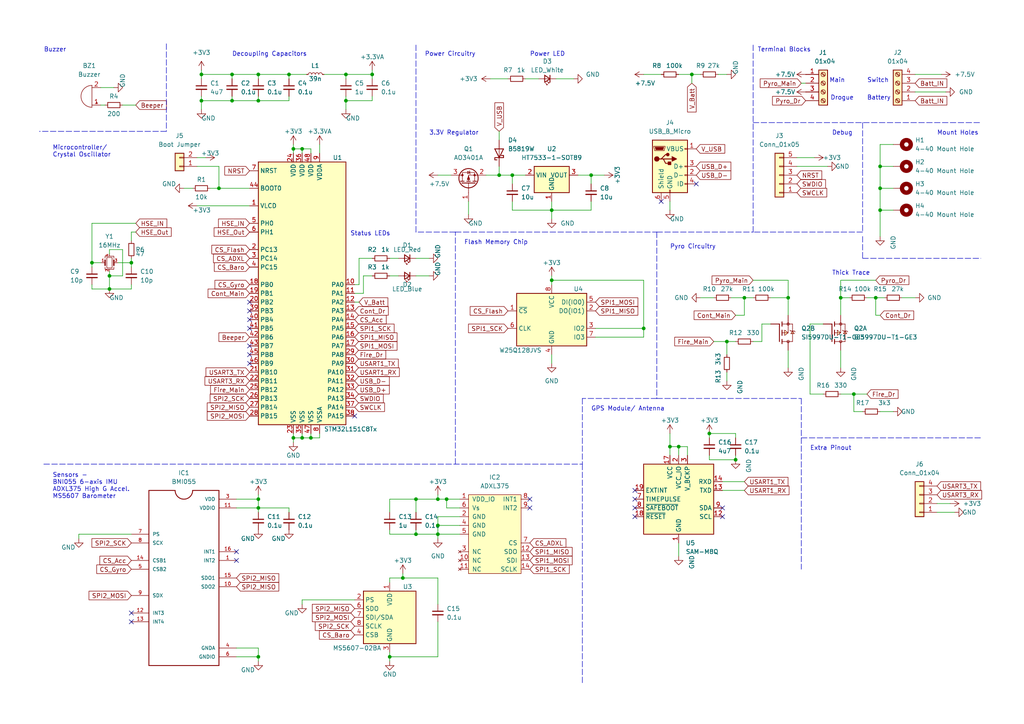
<source format=kicad_sch>
(kicad_sch (version 20211123) (generator eeschema)
  (paper "A4")
  (title_block (title "STM32 Altimeter") (date "2022-04-09") (rev "R1") (company "Brian S"))
  (junction (at 74.93 147.32))
  (junction (at 171.45 50.8))
  (junction (at 254 86.36))
  (junction (at 160.02 81.28))
  (junction (at 83.82 21.59))
  (junction (at 58.42 29.21))
  (junction (at 87.63 43.18))
  (junction (at 194.31 129.54))
  (junction (at 116.84 167.64))
  (junction (at 148.59 50.8))
  (junction (at 85.09 43.18))
  (junction (at 196.85 129.54))
  (junction (at 85.09 127))
  (junction (at 107.95 21.59))
  (junction (at 200.66 21.59))
  (junction (at 210.82 99.06))
  (junction (at 127 154.94))
  (junction (at 127 144.78))
  (junction (at 205.74 125.73))
  (junction (at 67.31 29.21))
  (junction (at 127 152.4))
  (junction (at 129.54 144.78))
  (junction (at 243.84 86.36))
  (junction (at 255.27 48.26))
  (junction (at 74.93 21.59))
  (junction (at 120.65 144.78))
  (junction (at 255.27 54.61))
  (junction (at 100.33 21.59))
  (junction (at 38.1 76.2))
  (junction (at 215.9 86.36))
  (junction (at 228.6 86.36))
  (junction (at 67.31 21.59))
  (junction (at 120.65 154.94))
  (junction (at 247.65 114.3))
  (junction (at 26.67 76.2))
  (junction (at 90.17 127))
  (junction (at 63.5 54.61))
  (junction (at 113.03 190.5))
  (junction (at 160.02 60.96))
  (junction (at 87.63 127))
  (junction (at 74.93 29.21))
  (junction (at 213.36 133.35))
  (junction (at 31.75 83.82))
  (junction (at 74.93 144.78))
  (junction (at 31.75 80.01))
  (junction (at 100.33 29.21))
  (junction (at 58.42 21.59))
  (junction (at 144.78 50.8))
  (junction (at 186.69 95.25))
  (junction (at 255.27 60.96))
  (junction (at 74.93 190.5))
  (no_connect (at 153.67 144.78))
  (no_connect (at 72.39 90.17))
  (no_connect (at 72.39 105.41))
  (no_connect (at 153.67 147.32))
  (no_connect (at 72.39 87.63))
  (no_connect (at 102.87 120.65))
  (no_connect (at 72.39 100.33))
  (no_connect (at 72.39 102.87))
  (no_connect (at 72.39 95.25))
  (no_connect (at 209.55 147.32))
  (no_connect (at 209.55 149.86))
  (no_connect (at 184.15 144.78))
  (no_connect (at 184.15 142.24))
  (no_connect (at 184.15 149.86))
  (no_connect (at 184.15 147.32))
  (no_connect (at 68.58 160.02))
  (no_connect (at 38.1 180.34))
  (no_connect (at 68.58 162.56))
  (no_connect (at 38.1 177.8))
  (no_connect (at 191.77 58.42))
  (no_connect (at 201.93 53.34))
  (no_connect (at 72.39 92.71))
  (wire (pts (xy 107.95 22.86) (xy 107.95 21.59)))
  (wire (pts (xy 199.39 129.54) (xy 196.85 129.54)))
  (wire (pts (xy 212.09 86.36) (xy 215.9 86.36)))
  (wire (pts (xy 142.24 22.86) (xy 147.32 22.86)))
  (wire (pts (xy 265.43 26.67) (xy 274.32 26.67)))
  (wire (pts (xy 194.31 129.54) (xy 194.31 132.08)))
  (wire (pts (xy 208.28 21.59) (xy 210.82 21.59)))
  (wire (pts (xy 228.6 86.36) (xy 228.6 81.28)))
  (wire (pts (xy 255.27 48.26) (xy 255.27 54.61)))
  (wire (pts (xy 83.82 27.94) (xy 83.82 29.21)))
  (wire (pts (xy 87.63 173.99) (xy 102.87 173.99)))
  (wire (pts (xy 63.5 54.61) (xy 72.39 54.61)))
  (wire (pts (xy 74.93 147.32) (xy 74.93 148.59)))
  (wire (pts (xy 58.42 21.59) (xy 58.42 22.86)))
  (wire (pts (xy 85.09 43.18) (xy 85.09 44.45)))
  (wire (pts (xy 67.31 29.21) (xy 58.42 29.21)))
  (wire (pts (xy 26.67 76.2) (xy 26.67 77.47)))
  (wire (pts (xy 255.27 91.44) (xy 254 91.44)))
  (wire (pts (xy 144.78 48.26) (xy 144.78 50.8)))
  (wire (pts (xy 127 144.78) (xy 120.65 144.78)))
  (polyline (pts (xy 232.41 127) (xy 284.48 127)))
  (wire (pts (xy 104.14 74.93) (xy 107.95 74.93)))
  (wire (pts (xy 85.09 127) (xy 87.63 127)))
  (wire (pts (xy 194.31 58.42) (xy 194.31 60.96)))
  (wire (pts (xy 31.75 80.01) (xy 35.56 80.01)))
  (polyline (pts (xy 190.5 67.31) (xy 218.44 67.31)))
  (wire (pts (xy 271.78 148.59) (xy 276.86 148.59)))
  (wire (pts (xy 74.93 29.21) (xy 67.31 29.21)))
  (wire (pts (xy 74.93 144.78) (xy 74.93 143.51)))
  (wire (pts (xy 67.31 22.86) (xy 67.31 21.59)))
  (wire (pts (xy 203.2 86.36) (xy 207.01 86.36)))
  (wire (pts (xy 255.27 54.61) (xy 255.27 60.96)))
  (wire (pts (xy 87.63 173.99) (xy 87.63 175.26)))
  (wire (pts (xy 120.65 80.01) (xy 124.46 80.01)))
  (wire (pts (xy 57.15 48.26) (xy 63.5 48.26)))
  (wire (pts (xy 218.44 81.28) (xy 228.6 81.28)))
  (wire (pts (xy 53.34 54.61) (xy 55.88 54.61)))
  (wire (pts (xy 39.37 64.77) (xy 26.67 64.77)))
  (wire (pts (xy 148.59 50.8) (xy 152.4 50.8)))
  (wire (pts (xy 160.02 60.96) (xy 160.02 63.5)))
  (wire (pts (xy 107.95 29.21) (xy 100.33 29.21)))
  (wire (pts (xy 29.21 76.2) (xy 26.67 76.2)))
  (wire (pts (xy 129.54 144.78) (xy 127 144.78)))
  (wire (pts (xy 186.69 95.25) (xy 186.69 97.79)))
  (wire (pts (xy 171.45 50.8) (xy 171.45 53.34)))
  (wire (pts (xy 113.03 74.93) (xy 115.57 74.93)))
  (wire (pts (xy 90.17 43.18) (xy 90.17 44.45)))
  (wire (pts (xy 39.37 67.31) (xy 38.1 67.31)))
  (wire (pts (xy 38.1 76.2) (xy 38.1 77.47)))
  (wire (pts (xy 209.55 142.24) (xy 215.9 142.24)))
  (wire (pts (xy 213.36 125.73) (xy 205.74 125.73)))
  (polyline (pts (xy 250.19 35.56) (xy 250.19 67.31)))
  (wire (pts (xy 67.31 27.94) (xy 67.31 29.21)))
  (wire (pts (xy 196.85 132.08) (xy 196.85 129.54)))
  (wire (pts (xy 171.45 50.8) (xy 175.26 50.8)))
  (wire (pts (xy 271.78 146.05) (xy 275.59 146.05)))
  (wire (pts (xy 113.03 189.23) (xy 113.03 190.5)))
  (wire (pts (xy 129.54 147.32) (xy 129.54 144.78)))
  (wire (pts (xy 200.66 21.59) (xy 200.66 24.13)))
  (wire (pts (xy 167.64 50.8) (xy 171.45 50.8)))
  (wire (pts (xy 83.82 22.86) (xy 83.82 21.59)))
  (wire (pts (xy 74.93 147.32) (xy 74.93 144.78)))
  (wire (pts (xy 120.65 144.78) (xy 120.65 148.59)))
  (wire (pts (xy 215.9 91.44) (xy 215.9 86.36)))
  (wire (pts (xy 186.69 95.25) (xy 186.69 81.28)))
  (wire (pts (xy 194.31 125.73) (xy 194.31 129.54)))
  (wire (pts (xy 38.1 74.93) (xy 38.1 76.2)))
  (wire (pts (xy 68.58 147.32) (xy 74.93 147.32)))
  (wire (pts (xy 215.9 86.36) (xy 218.44 86.36)))
  (wire (pts (xy 200.66 21.59) (xy 203.2 21.59)))
  (polyline (pts (xy 218.44 35.56) (xy 284.48 35.56)))
  (wire (pts (xy 58.42 29.21) (xy 58.42 31.75)))
  (wire (pts (xy 135.89 58.42) (xy 135.89 62.23)))
  (polyline (pts (xy 190.5 115.57) (xy 168.91 115.57)))
  (wire (pts (xy 172.72 97.79) (xy 186.69 97.79)))
  (wire (pts (xy 220.98 93.98) (xy 223.52 93.98)))
  (wire (pts (xy 113.03 144.78) (xy 113.03 148.59)))
  (wire (pts (xy 74.93 22.86) (xy 74.93 21.59)))
  (wire (pts (xy 68.58 187.96) (xy 74.93 187.96)))
  (wire (pts (xy 31.75 80.01) (xy 31.75 83.82)))
  (wire (pts (xy 254 91.44) (xy 254 86.36)))
  (polyline (pts (xy 232.41 115.57) (xy 232.41 165.1)))
  (wire (pts (xy 85.09 43.18) (xy 87.63 43.18)))
  (wire (pts (xy 160.02 81.28) (xy 186.69 81.28)))
  (wire (pts (xy 231.14 48.26) (xy 240.03 48.26)))
  (wire (pts (xy 90.17 125.73) (xy 90.17 127)))
  (wire (pts (xy 133.35 147.32) (xy 129.54 147.32)))
  (wire (pts (xy 228.6 86.36) (xy 228.6 91.44)))
  (wire (pts (xy 83.82 29.21) (xy 74.93 29.21)))
  (wire (pts (xy 127 180.34) (xy 127 190.5)))
  (wire (pts (xy 205.74 133.35) (xy 213.36 133.35)))
  (wire (pts (xy 120.65 74.93) (xy 124.46 74.93)))
  (wire (pts (xy 87.63 43.18) (xy 90.17 43.18)))
  (wire (pts (xy 209.55 139.7) (xy 215.9 139.7)))
  (wire (pts (xy 113.03 153.67) (xy 113.03 154.94)))
  (polyline (pts (xy 250.19 68.58) (xy 250.19 74.93)))
  (wire (pts (xy 120.65 153.67) (xy 120.65 154.94)))
  (wire (pts (xy 205.74 132.08) (xy 205.74 133.35)))
  (wire (pts (xy 100.33 21.59) (xy 100.33 22.86)))
  (wire (pts (xy 127 152.4) (xy 133.35 152.4)))
  (wire (pts (xy 83.82 21.59) (xy 88.9 21.59)))
  (wire (pts (xy 83.82 148.59) (xy 83.82 147.32)))
  (wire (pts (xy 34.29 76.2) (xy 38.1 76.2)))
  (wire (pts (xy 247.65 119.38) (xy 247.65 114.3)))
  (wire (pts (xy 22.86 154.94) (xy 22.86 156.21)))
  (wire (pts (xy 144.78 50.8) (xy 148.59 50.8)))
  (wire (pts (xy 133.35 144.78) (xy 129.54 144.78)))
  (wire (pts (xy 172.72 95.25) (xy 186.69 95.25)))
  (wire (pts (xy 243.84 91.44) (xy 243.84 86.36)))
  (wire (pts (xy 102.87 87.63) (xy 104.14 87.63)))
  (wire (pts (xy 232.41 24.13) (xy 233.68 24.13)))
  (wire (pts (xy 74.93 21.59) (xy 67.31 21.59)))
  (wire (pts (xy 105.41 85.09) (xy 105.41 80.01)))
  (wire (pts (xy 67.31 21.59) (xy 58.42 21.59)))
  (wire (pts (xy 133.35 149.86) (xy 127 149.86)))
  (wire (pts (xy 93.98 21.59) (xy 100.33 21.59)))
  (wire (pts (xy 255.27 41.91) (xy 255.27 48.26)))
  (wire (pts (xy 243.84 101.6) (xy 243.84 106.68)))
  (wire (pts (xy 105.41 80.01) (xy 107.95 80.01)))
  (wire (pts (xy 83.82 147.32) (xy 74.93 147.32)))
  (wire (pts (xy 83.82 21.59) (xy 74.93 21.59)))
  (wire (pts (xy 127 152.4) (xy 127 154.94)))
  (wire (pts (xy 29.21 25.4) (xy 33.02 25.4)))
  (wire (pts (xy 265.43 21.59) (xy 273.05 21.59)))
  (wire (pts (xy 210.82 99.06) (xy 210.82 102.87)))
  (wire (pts (xy 26.67 64.77) (xy 26.67 76.2)))
  (wire (pts (xy 26.67 82.55) (xy 26.67 83.82)))
  (wire (pts (xy 243.84 114.3) (xy 247.65 114.3)))
  (wire (pts (xy 171.45 60.96) (xy 160.02 60.96)))
  (wire (pts (xy 161.29 22.86) (xy 166.37 22.86)))
  (wire (pts (xy 220.98 99.06) (xy 220.98 93.98)))
  (wire (pts (xy 196.85 21.59) (xy 200.66 21.59)))
  (wire (pts (xy 127 167.64) (xy 127 175.26)))
  (wire (pts (xy 104.14 82.55) (xy 104.14 74.93)))
  (wire (pts (xy 38.1 82.55) (xy 38.1 83.82)))
  (wire (pts (xy 261.62 86.36) (xy 265.43 86.36)))
  (wire (pts (xy 116.84 166.37) (xy 116.84 167.64)))
  (wire (pts (xy 90.17 127) (xy 92.71 127)))
  (polyline (pts (xy 250.19 74.93) (xy 284.48 74.93)))
  (wire (pts (xy 63.5 48.26) (xy 63.5 54.61)))
  (wire (pts (xy 250.19 119.38) (xy 247.65 119.38)))
  (wire (pts (xy 127 143.51) (xy 127 144.78)))
  (wire (pts (xy 74.93 27.94) (xy 74.93 29.21)))
  (wire (pts (xy 255.27 119.38) (xy 259.08 119.38)))
  (wire (pts (xy 31.75 72.39) (xy 35.56 72.39)))
  (wire (pts (xy 58.42 27.94) (xy 58.42 29.21)))
  (polyline (pts (xy 250.19 67.31) (xy 218.44 67.31)))
  (wire (pts (xy 85.09 127) (xy 85.09 128.27)))
  (wire (pts (xy 31.75 78.74) (xy 31.75 80.01)))
  (wire (pts (xy 259.08 41.91) (xy 255.27 41.91)))
  (wire (pts (xy 243.84 81.28) (xy 254 81.28)))
  (polyline (pts (xy 12.7 134.62) (xy 168.91 134.62)))
  (wire (pts (xy 255.27 48.26) (xy 259.08 48.26)))
  (wire (pts (xy 116.84 167.64) (xy 127 167.64)))
  (polyline (pts (xy 218.44 67.31) (xy 218.44 12.7)))
  (wire (pts (xy 92.71 41.91) (xy 92.71 44.45)))
  (wire (pts (xy 35.56 72.39) (xy 35.56 80.01)))
  (wire (pts (xy 85.09 41.91) (xy 85.09 43.18)))
  (wire (pts (xy 85.09 125.73) (xy 85.09 127)))
  (wire (pts (xy 100.33 29.21) (xy 100.33 31.75)))
  (polyline (pts (xy 132.08 67.31) (xy 190.5 67.31)))
  (wire (pts (xy 107.95 20.32) (xy 107.95 21.59)))
  (wire (pts (xy 144.78 38.1) (xy 144.78 40.64)))
  (wire (pts (xy 113.03 80.01) (xy 115.57 80.01)))
  (wire (pts (xy 38.1 83.82) (xy 31.75 83.82)))
  (polyline (pts (xy 168.91 134.62) (xy 168.91 198.12)))
  (polyline (pts (xy 168.91 115.57) (xy 168.91 134.62)))
  (wire (pts (xy 26.67 83.82) (xy 31.75 83.82)))
  (wire (pts (xy 234.95 114.3) (xy 238.76 114.3)))
  (wire (pts (xy 255.27 54.61) (xy 259.08 54.61)))
  (wire (pts (xy 39.37 30.48) (xy 35.56 30.48)))
  (wire (pts (xy 148.59 50.8) (xy 148.59 53.34)))
  (wire (pts (xy 107.95 21.59) (xy 100.33 21.59)))
  (wire (pts (xy 30.48 30.48) (xy 29.21 30.48)))
  (wire (pts (xy 171.45 58.42) (xy 171.45 60.96)))
  (polyline (pts (xy 190.5 115.57) (xy 232.41 115.57)))
  (wire (pts (xy 102.87 82.55) (xy 104.14 82.55)))
  (polyline (pts (xy 132.08 134.62) (xy 132.08 67.31)))
  (wire (pts (xy 243.84 86.36) (xy 243.84 81.28)))
  (wire (pts (xy 213.36 91.44) (xy 215.9 91.44)))
  (wire (pts (xy 247.65 114.3) (xy 251.46 114.3)))
  (wire (pts (xy 31.75 73.66) (xy 31.75 72.39)))
  (wire (pts (xy 120.65 154.94) (xy 127 154.94)))
  (wire (pts (xy 210.82 107.95) (xy 210.82 110.49)))
  (wire (pts (xy 186.69 21.59) (xy 191.77 21.59)))
  (wire (pts (xy 255.27 60.96) (xy 259.08 60.96)))
  (wire (pts (xy 234.95 93.98) (xy 234.95 114.3)))
  (wire (pts (xy 102.87 85.09) (xy 105.41 85.09)))
  (wire (pts (xy 74.93 187.96) (xy 74.93 190.5)))
  (wire (pts (xy 68.58 190.5) (xy 74.93 190.5)))
  (wire (pts (xy 251.46 86.36) (xy 254 86.36)))
  (wire (pts (xy 160.02 80.01) (xy 160.02 81.28)))
  (wire (pts (xy 210.82 99.06) (xy 213.36 99.06)))
  (wire (pts (xy 113.03 167.64) (xy 116.84 167.64)))
  (wire (pts (xy 58.42 20.32) (xy 58.42 21.59)))
  (wire (pts (xy 120.65 144.78) (xy 113.03 144.78)))
  (wire (pts (xy 205.74 125.73) (xy 205.74 127)))
  (wire (pts (xy 113.03 167.64) (xy 113.03 168.91)))
  (polyline (pts (xy 190.5 67.31) (xy 190.5 115.57)))
  (wire (pts (xy 213.36 127) (xy 213.36 125.73)))
  (wire (pts (xy 223.52 86.36) (xy 228.6 86.36)))
  (polyline (pts (xy 132.08 67.31) (xy 120.65 67.31)))
  (wire (pts (xy 218.44 99.06) (xy 220.98 99.06)))
  (wire (pts (xy 87.63 127) (xy 87.63 125.73)))
  (wire (pts (xy 38.1 67.31) (xy 38.1 69.85)))
  (wire (pts (xy 127 154.94) (xy 127 156.21)))
  (wire (pts (xy 60.96 54.61) (xy 63.5 54.61)))
  (wire (pts (xy 127 190.5) (xy 113.03 190.5)))
  (wire (pts (xy 231.14 45.72) (xy 236.22 45.72)))
  (wire (pts (xy 148.59 60.96) (xy 160.02 60.96)))
  (wire (pts (xy 57.15 59.69) (xy 72.39 59.69)))
  (wire (pts (xy 107.95 27.94) (xy 107.95 29.21)))
  (wire (pts (xy 57.15 45.72) (xy 59.69 45.72)))
  (wire (pts (xy 113.03 154.94) (xy 120.65 154.94)))
  (wire (pts (xy 92.71 127) (xy 92.71 125.73)))
  (wire (pts (xy 127 149.86) (xy 127 152.4)))
  (wire (pts (xy 207.01 99.06) (xy 210.82 99.06)))
  (wire (pts (xy 228.6 101.6) (xy 228.6 106.68)))
  (wire (pts (xy 22.86 154.94) (xy 38.1 154.94)))
  (wire (pts (xy 152.4 22.86) (xy 156.21 22.86)))
  (polyline (pts (xy 48.26 12.7) (xy 48.26 38.1)))
  (polyline (pts (xy 48.26 38.1) (xy 11.43 38.1)))
  (wire (pts (xy 243.84 86.36) (xy 246.38 86.36)))
  (wire (pts (xy 213.36 132.08) (xy 213.36 133.35)))
  (polyline (pts (xy 120.65 67.31) (xy 120.65 12.7)))
  (wire (pts (xy 68.58 144.78) (xy 74.93 144.78)))
  (wire (pts (xy 140.97 50.8) (xy 144.78 50.8)))
  (wire (pts (xy 160.02 102.87) (xy 160.02 105.41)))
  (wire (pts (xy 234.95 93.98) (xy 238.76 93.98)))
  (wire (pts (xy 113.03 190.5) (xy 113.03 191.77)))
  (wire (pts (xy 160.02 81.28) (xy 160.02 82.55)))
  (wire (pts (xy 255.27 60.96) (xy 255.27 68.58)))
  (wire (pts (xy 254 86.36) (xy 256.54 86.36)))
  (wire (pts (xy 127 50.8) (xy 130.81 50.8)))
  (wire (pts (xy 74.93 190.5) (xy 74.93 191.77)))
  (wire (pts (xy 87.63 43.18) (xy 87.63 44.45)))
  (wire (pts (xy 199.39 132.08) (xy 199.39 129.54)))
  (wire (pts (xy 100.33 27.94) (xy 100.33 29.21)))
  (wire (pts (xy 160.02 58.42) (xy 160.02 60.96)))
  (wire (pts (xy 87.63 127) (xy 90.17 127)))
  (wire (pts (xy 196.85 129.54) (xy 194.31 129.54)))
  (wire (pts (xy 127 154.94) (xy 133.35 154.94)))
  (wire (pts (xy 148.59 58.42) (xy 148.59 60.96)))
  (wire (pts (xy 196.85 157.48) (xy 196.85 161.29)))
  (text "Pyro Circuitry\n" (at 194.31 72.39 0) (effects (font (size 1.27 1.27)) (justify left bottom)))
  (text "Buzzer" (at 12.7 15.24 0) (effects (font (size 1.27 1.27)) (justify left bottom)))
  (text "Main\n" (at 245.11 24.13 180) (effects (font (size 1.27 1.27)) (justify right bottom)))
  (text "3.3V Regulator\n" (at 124.46 39.37 0) (effects (font (size 1.27 1.27)) (justify left bottom)))
  (text "Debug\n" (at 241.3 39.37 0) (effects (font (size 1.27 1.27)) (justify left bottom)))
  (text "Power Circuitry\n" (at 123.19 16.51 0) (effects (font (size 1.27 1.27)) (justify left bottom)))
  (text "Power LED" (at 153.67 16.51 0) (effects (font (size 1.27 1.27)) (justify left bottom)))
  (text "Terminal Blocks" (at 219.71 15.24 0) (effects (font (size 1.27 1.27)) (justify left bottom)))
  (text "GPS Module/ Antenna\n" (at 171.45 119.38 0) (effects (font (size 1.27 1.27)) (justify left bottom)))
  (text "Mount Holes" (at 271.78 39.37 0) (effects (font (size 1.27 1.27)) (justify left bottom)))
  (text "Switch\n" (at 257.81 24.13 180) (effects (font (size 1.27 1.27)) (justify right bottom)))
  (text "Microcontroller/\nCrystal Oscillator\n" (at 15.24 45.72 0) (effects (font (size 1.27 1.27)) (justify left bottom)))
  (text "Status LEDs" (at 101.6 68.58 0) (effects (font (size 1.27 1.27)) (justify left bottom)))
  (text "Battery\n" (at 251.46 29.21 0) (effects (font (size 1.27 1.27)) (justify left bottom)))
  (text "Decoupling Capacitors\n" (at 67.31 16.51 0) (effects (font (size 1.27 1.27)) (justify left bottom)))
  (text "Sensors -\nBNI055 6-axis IMU\nADXL375 High G Accel. \nMS5607 Barometer\n" (at 15.24 144.78 0) (effects (font (size 1.27 1.27)) (justify left bottom)))
  (text "Extra Pinout\n" (at 234.95 130.81 0) (effects (font (size 1.27 1.27)) (justify left bottom)))
  (text "Drogue\n" (at 247.65 29.21 180) (effects (font (size 1.27 1.27)) (justify right bottom)))
  (text "Thick Trace\n" (at 241.3 80.01 0) (effects (font (size 1.27 1.27)) (justify left bottom)))
  (text "Flash Memory Chip\n" (at 134.62 71.12 0) (effects (font (size 1.27 1.27)) (justify left bottom)))
  (global_label "USART3_TX" (shape input) (at 271.78 140.97 0) (property "Intersheet References" "${INTERSHEET_REFS}" (effects hide)))
  (global_label "SPI2_MOSI" (shape input) (at 72.39 120.65 180) (property "Intersheet References" "${INTERSHEET_REFS}" (effects hide)))
  (global_label "CS_Gyro" (shape input) (at 72.39 82.55 180) (property "Intersheet References" "${INTERSHEET_REFS}" (effects hide)))
  (global_label "HSE_Out" (shape input) (at 39.37 67.31 0) (property "Intersheet References" "${INTERSHEET_REFS}" (effects hide)))
  (global_label "CS_Flash" (shape input) (at 147.32 90.17 180) (property "Intersheet References" "${INTERSHEET_REFS}" (effects hide)))
  (global_label "Fire_Dr" (shape input) (at 251.46 114.3 0) (property "Intersheet References" "${INTERSHEET_REFS}" (effects hide)))
  (global_label "CS_Flash" (shape input) (at 72.39 72.39 180) (property "Intersheet References" "${INTERSHEET_REFS}" (effects hide)))
  (global_label "USART3_RX" (shape input) (at 72.39 110.49 180) (property "Intersheet References" "${INTERSHEET_REFS}" (effects hide)))
  (global_label "V_Batt" (shape input) (at 200.66 24.13 270) (property "Intersheet References" "${INTERSHEET_REFS}" (effects hide)))
  (global_label "SPI1_MISO" (shape input) (at 102.87 97.79 0) (property "Intersheet References" "${INTERSHEET_REFS}" (effects hide)))
  (global_label "USART3_TX" (shape input) (at 72.39 107.95 180) (property "Intersheet References" "${INTERSHEET_REFS}" (effects hide)))
  (global_label "HSE_Out" (shape input) (at 72.39 67.31 180) (property "Intersheet References" "${INTERSHEET_REFS}" (effects hide)))
  (global_label "SWDIO" (shape input) (at 231.14 53.34 0) (property "Intersheet References" "${INTERSHEET_REFS}" (effects hide)))
  (global_label "Fire_Main" (shape input) (at 207.01 99.06 180) (property "Intersheet References" "${INTERSHEET_REFS}" (effects hide)))
  (global_label "HSE_IN" (shape input) (at 39.37 64.77 0) (property "Intersheet References" "${INTERSHEET_REFS}" (effects hide)))
  (global_label "Beeper" (shape input) (at 39.37 30.48 0) (property "Intersheet References" "${INTERSHEET_REFS}" (effects hide)))
  (global_label "SPI1_MOSI" (shape input) (at 172.72 87.63 0) (property "Intersheet References" "${INTERSHEET_REFS}" (effects hide)))
  (global_label "CS_Gyro" (shape input) (at 38.1 165.1 180) (property "Intersheet References" "${INTERSHEET_REFS}" (effects hide)))
  (global_label "NRST" (shape input) (at 231.14 50.8 0) (property "Intersheet References" "${INTERSHEET_REFS}" (effects hide)))
  (global_label "Cont_Dr" (shape input) (at 102.87 90.17 0) (property "Intersheet References" "${INTERSHEET_REFS}" (effects hide)))
  (global_label "CS_ADXL" (shape input) (at 72.39 74.93 180) (property "Intersheet References" "${INTERSHEET_REFS}" (effects hide)))
  (global_label "SPI2_MISO" (shape input) (at 72.39 118.11 180) (property "Intersheet References" "${INTERSHEET_REFS}" (effects hide)))
  (global_label "SPI1_SCK" (shape input) (at 102.87 95.25 0) (property "Intersheet References" "${INTERSHEET_REFS}" (effects hide)))
  (global_label "SPI1_MISO" (shape input) (at 153.67 160.02 0) (property "Intersheet References" "${INTERSHEET_REFS}" (effects hide)))
  (global_label "V_USB" (shape input) (at 144.78 38.1 90) (property "Intersheet References" "${INTERSHEET_REFS}" (effects hide)))
  (global_label "SPI2_MOSI" (shape input) (at 38.1 172.72 180) (property "Intersheet References" "${INTERSHEET_REFS}" (effects hide)))
  (global_label "USART1_RX" (shape input) (at 215.9 142.24 0) (property "Intersheet References" "${INTERSHEET_REFS}" (effects hide)))
  (global_label "USB_D+" (shape input) (at 201.93 48.26 0) (property "Intersheet References" "${INTERSHEET_REFS}" (effects hide)))
  (global_label "SPI1_SCK" (shape input) (at 153.67 165.1 0) (property "Intersheet References" "${INTERSHEET_REFS}" (effects hide)))
  (global_label "SPI1_MOSI" (shape input) (at 102.87 100.33 0) (property "Intersheet References" "${INTERSHEET_REFS}" (effects hide)))
  (global_label "CS_ADXL" (shape input) (at 153.67 157.48 0) (property "Intersheet References" "${INTERSHEET_REFS}" (effects hide)))
  (global_label "USART3_RX" (shape input) (at 271.78 143.51 0) (property "Intersheet References" "${INTERSHEET_REFS}" (effects hide)))
  (global_label "Pyro_Dr" (shape input) (at 254 81.28 0) (property "Intersheet References" "${INTERSHEET_REFS}" (effects hide)))
  (global_label "HSE_IN" (shape input) (at 72.39 64.77 180) (property "Intersheet References" "${INTERSHEET_REFS}" (effects hide)))
  (global_label "Batt_IN" (shape input) (at 265.43 29.21 0) (property "Intersheet References" "${INTERSHEET_REFS}" (effects hide)))
  (global_label "CS_Acc" (shape input) (at 38.1 162.56 180) (property "Intersheet References" "${INTERSHEET_REFS}" (effects hide)))
  (global_label "USART1_TX" (shape input) (at 215.9 139.7 0) (property "Intersheet References" "${INTERSHEET_REFS}" (effects hide)))
  (global_label "SPI2_MISO" (shape input) (at 102.87 176.53 180) (property "Intersheet References" "${INTERSHEET_REFS}" (effects hide)))
  (global_label "SWCLK" (shape input) (at 102.87 118.11 0) (property "Intersheet References" "${INTERSHEET_REFS}" (effects hide)))
  (global_label "Cont_Main" (shape input) (at 213.36 91.44 180) (property "Intersheet References" "${INTERSHEET_REFS}" (effects hide)))
  (global_label "Cont_Main" (shape input) (at 72.39 85.09 180) (property "Intersheet References" "${INTERSHEET_REFS}" (effects hide)))
  (global_label "SPI1_SCK" (shape input) (at 147.32 95.25 180) (property "Intersheet References" "${INTERSHEET_REFS}" (effects hide)))
  (global_label "USB_D-" (shape input) (at 201.93 50.8 0) (property "Intersheet References" "${INTERSHEET_REFS}" (effects hide)))
  (global_label "V_USB" (shape input) (at 201.93 43.18 0) (property "Intersheet References" "${INTERSHEET_REFS}" (effects hide)))
  (global_label "SPI1_MISO" (shape input) (at 172.72 90.17 0) (property "Intersheet References" "${INTERSHEET_REFS}" (effects hide)))
  (global_label "SPI2_SCK" (shape input) (at 38.1 157.48 180) (property "Intersheet References" "${INTERSHEET_REFS}" (effects hide)))
  (global_label "SPI1_MOSI" (shape input) (at 153.67 162.56 0) (property "Intersheet References" "${INTERSHEET_REFS}" (effects hide)))
  (global_label "CS_Baro" (shape input) (at 102.87 184.15 180) (property "Intersheet References" "${INTERSHEET_REFS}" (effects hide)))
  (global_label "USART1_TX" (shape input) (at 102.87 105.41 0) (property "Intersheet References" "${INTERSHEET_REFS}" (effects hide)))
  (global_label "CS_Baro" (shape input) (at 72.39 77.47 180) (property "Intersheet References" "${INTERSHEET_REFS}" (effects hide)))
  (global_label "Cont_Dr" (shape input) (at 255.27 91.44 0) (property "Intersheet References" "${INTERSHEET_REFS}" (effects hide)))
  (global_label "CS_Acc" (shape input) (at 102.87 92.71 0) (property "Intersheet References" "${INTERSHEET_REFS}" (effects hide)))
  (global_label "SPI2_MOSI" (shape input) (at 102.87 179.07 180) (property "Intersheet References" "${INTERSHEET_REFS}" (effects hide)))
  (global_label "USB_D+" (shape input) (at 102.87 113.03 0) (property "Intersheet References" "${INTERSHEET_REFS}" (effects hide)))
  (global_label "Beeper" (shape input) (at 72.39 97.79 180) (property "Intersheet References" "${INTERSHEET_REFS}" (effects hide)))
  (global_label "USB_D-" (shape input) (at 102.87 110.49 0) (property "Intersheet References" "${INTERSHEET_REFS}" (effects hide)))
  (global_label "Fire_Dr" (shape input) (at 102.87 102.87 0) (property "Intersheet References" "${INTERSHEET_REFS}" (effects hide)))
  (global_label "SPI2_SCK" (shape input) (at 102.87 181.61 180) (property "Intersheet References" "${INTERSHEET_REFS}" (effects hide)))
  (global_label "Pyro_Dr" (shape input) (at 233.68 29.21 180) (property "Intersheet References" "${INTERSHEET_REFS}" (effects hide)))
  (global_label "SPI2_MISO" (shape input) (at 68.58 170.18 0) (property "Intersheet References" "${INTERSHEET_REFS}" (effects hide)))
  (global_label "USART1_RX" (shape input) (at 102.87 107.95 0) (property "Intersheet References" "${INTERSHEET_REFS}" (effects hide)))
  (global_label "Batt_IN" (shape input) (at 265.43 24.13 0) (property "Intersheet References" "${INTERSHEET_REFS}" (effects hide)))
  (global_label "Fire_Main" (shape input) (at 72.39 113.03 180) (property "Intersheet References" "${INTERSHEET_REFS}" (effects hide)))
  (global_label "V_Batt" (shape input) (at 104.14 87.63 0) (property "Intersheet References" "${INTERSHEET_REFS}" (effects hide)))
  (global_label "SPI2_SCK" (shape input) (at 72.39 115.57 180) (property "Intersheet References" "${INTERSHEET_REFS}" (effects hide)))
  (global_label "SWDIO" (shape input) (at 102.87 115.57 0) (property "Intersheet References" "${INTERSHEET_REFS}" (effects hide)))
  (global_label "SPI2_MISO" (shape input) (at 68.58 167.64 0) (property "Intersheet References" "${INTERSHEET_REFS}" (effects hide)))
  (global_label "Pyro_Main" (shape input) (at 232.41 24.13 180) (property "Intersheet References" "${INTERSHEET_REFS}" (effects hide)))
  (global_label "NRST" (shape input) (at 72.39 49.53 180) (property "Intersheet References" "${INTERSHEET_REFS}" (effects hide)))
  (global_label "SWCLK" (shape input) (at 231.14 55.88 0) (property "Intersheet References" "${INTERSHEET_REFS}" (effects hide)))
  (global_label "Pyro_Main" (shape input) (at 218.44 81.28 180) (property "Intersheet References" "${INTERSHEET_REFS}" (effects hide)))
  (symbol (lib_id "Device:Crystal_GND24_Small") (at 31.75 76.2 0) (unit 1)
    (property "Reference" "Y1" (at 31.75 68.58 0))
    (property "Value" "16MHz" (at 31.75 71.12 0))
    (property "Footprint" "Crystal:Crystal_SMD_3225-4Pin_3.2x2.5mm" (effects hide))
    (property "LCSC Part #" "C13738" (effects hide))
  )
  (symbol (lib_id "Device:C_Small") (at 26.67 80.01 0) (unit 1)
    (property "Reference" "C9" (at 20.32 78.74 0) (effects (justify left)))
    (property "Value" "10p" (at 20.32 81.28 0) (effects (justify left)))
    (property "Footprint" "Capacitor_SMD:C_0402_1005Metric" (effects hide))
    (property "LCSC Part #" "C32949" (effects hide))
  )
  (symbol (lib_id "power:GND") (at 83.82 153.67 0) (unit 1)
    (property "Reference" "#PWR06" (effects hide))
    (property "Value" "GND" (at 78.74 156.21 0) (effects (justify left)))
  )
  (symbol (lib_id "power:GND") (at 58.42 31.75 0) (unit 1)
    (property "Reference" "#PWR0104" (effects hide))
    (property "Value" "GND" (at 58.42 34.29 0) (effects (justify left)))
  )
  (symbol (lib_id "power:+3.3VA") (at 107.95 20.32 0) (unit 1)
    (property "Reference" "#PWR0113" (effects hide))
    (property "Value" "+3.3VA" (at 107.95 16.51 0))
  )
  (symbol (lib_id "Device:R_Small") (at 149.86 22.86 270) (unit 1)
    (property "Reference" "R7" (at 147.32 20.32 90))
    (property "Value" "1k" (at 151.13 20.32 90))
    (property "Footprint" "Resistor_SMD:R_0603_1608Metric" (effects hide))
    (property "LCSC Part #" "C21190" (effects hide))
  )
  (symbol (lib_id "power:+3.3V") (at 175.26 50.8 270) (unit 1)
    (property "Reference" "#PWR0119" (effects hide))
    (property "Value" "+3.3V" (at 179.07 50.8 0))
  )
  (symbol (lib_id "Device:R_Small") (at 205.74 21.59 270) (unit 1)
    (property "Reference" "R9" (at 203.2 19.05 90))
    (property "Value" "27k" (at 207.01 19.05 90))
    (property "Footprint" "Resistor_SMD:R_0603_1608Metric" (effects hide))
    (property "LCSC Part #" "C22967" (effects hide))
  )
  (symbol (lib_id "power:GND") (at 53.34 54.61 270) (unit 1)
    (property "Reference" "#PWR0117" (effects hide))
    (property "Value" "GND" (at 46.99 53.34 90) (effects (justify left)))
  )
  (symbol (lib_id "power:GND") (at 194.31 60.96 0) (unit 1)
    (property "Reference" "#PWR0121" (effects hide))
    (property "Value" "GND" (at 194.31 63.5 0) (effects (justify left)))
  )
  (symbol (lib_id "power:GND") (at 243.84 106.68 0) (unit 1)
    (property "Reference" "#PWR027" (effects hide))
    (property "Value" "GND" (at 247.65 110.49 90) (effects (justify left)))
  )
  (symbol (lib_id "power:+3.3V") (at 85.09 41.91 0) (unit 1)
    (property "Reference" "#PWR0107" (effects hide))
    (property "Value" "+3.3V" (at 85.09 38.1 0))
  )
  (symbol (lib_id "Mechanical:MountingHole_Pad") (at 261.62 54.61 270) (unit 1)
    (property "Reference" "H3" (at 265.43 53.3399 90) (effects (justify left)))
    (property "Value" "4-40 Mount Hole" (at 265.43 55.8799 90) (effects (justify left)))
    (property "Footprint" "MountingHole:MountingHole_3.2mm_M3_DIN965_Pad" (effects hide))
  )
  (symbol (lib_id "Connector:USB_B_Micro") (at 194.31 48.26 0) (unit 1)
    (property "Reference" "J4" (at 194.31 35.56 0))
    (property "Value" "USB_B_Micro" (at 194.31 38.1 0))
    (property "Footprint" "Connector_USB:USB_Micro-B_Molex-105017-0001" (effects hide))
    (property "LCSC Part #" "C136000" (effects hide))
  )
  (symbol (lib_id "Sensor_Pressure:MS5607-02BA") (at 113.03 179.07 0) (unit 1)
    (property "Reference" "U3" (at 116.84 170.18 0) (effects (justify left)))
    (property "Value" "MS5607-02BA" (at 96.52 187.96 0) (effects (justify left)))
    (property "Footprint" "Package_LGA:LGA-8_3x5mm_P1.25mm" (effects hide))
    (property "Datasheet" "https://www.te.com/commerce/DocumentDelivery/DDEController?Action=showdoc&DocId=Data+Sheet%7FMS5607-02BA03%7FB2%7Fpdf%7FEnglish%7FENG_DS_MS5607-02BA03_B2.pdf%7FCAT-BLPS0035" (effects hide))
  )
  (symbol (lib_id "power:+7.5V") (at 273.05 21.59 270) (unit 1)
    (property "Reference" "#PWR030" (effects hide))
    (property "Value" "+7.5V" (at 276.86 21.5899 90) (effects (justify left)))
  )
  (symbol (lib_id "Device:R_Small") (at 110.49 74.93 270) (unit 1)
    (property "Reference" "R2" (at 107.95 72.39 90))
    (property "Value" "1k" (at 111.76 72.39 90))
    (property "Footprint" "Resistor_SMD:R_0603_1608Metric" (effects hide))
    (property "LCSC Part #" "C21190" (effects hide))
  )
  (symbol (lib_id "power:+7.5V") (at 233.68 26.67 90) (unit 1)
    (property "Reference" "#PWR026" (effects hide))
    (property "Value" "+7.5V" (at 224.79 26.67 90) (effects (justify right)))
  )
  (symbol (lib_id "power:GND") (at 196.85 161.29 0) (unit 1)
    (property "Reference" "#PWR019" (effects hide))
    (property "Value" "GND" (at 200.66 165.1 90) (effects (justify left)))
  )
  (symbol (lib_id "Device:C_Small") (at 58.42 25.4 0) (unit 1)
    (property "Reference" "C1" (at 60.96 24.1362 0) (effects (justify left)))
    (property "Value" "4u7" (at 60.96 26.6762 0) (effects (justify left)))
    (property "Footprint" "Capacitor_SMD:C_0402_1005Metric" (effects hide))
    (property "LCSC Part #" "C19666" (effects hide))
  )
  (symbol (lib_id "Device:C_Small") (at 67.31 25.4 0) (unit 1)
    (property "Reference" "C2" (at 69.85 24.1362 0) (effects (justify left)))
    (property "Value" "0.1u" (at 69.85 26.6762 0) (effects (justify left)))
    (property "Footprint" "Capacitor_SMD:C_0402_1005Metric" (effects hide))
    (property "LCSC Part #" "C307331" (effects hide))
  )
  (symbol (lib_id "Device:Buzzer") (at 26.67 27.94 180) (unit 1)
    (property "Reference" "BZ1" (at 25.908 19.05 0))
    (property "Value" "Buzzer" (at 25.908 21.59 0))
    (property "Footprint" "Buzzer_Beeper:Buzzer_12x9.5RM7.6" (effects hide))
    (property "LCSC Part #" "C64777" (effects hide))
  )
  (symbol (lib_id "power:+3.3V") (at 74.93 143.51 0) (unit 1)
    (property "Reference" "#PWR03" (effects hide))
    (property "Value" "+3.3V" (at 74.93 139.7 0))
  )
  (symbol (lib_id "Device:LED_Small") (at 158.75 22.86 180) (unit 1)
    (property "Reference" "D3" (at 158.75 17.78 0))
    (property "Value" "LED_White" (at 158.75 20.32 0))
    (property "Footprint" "LED_SMD:LED_0805_2012Metric" (effects hide))
    (property "LCSC Part #" "C2290" (effects hide))
  )
  (symbol (lib_id "power:GND") (at 240.03 48.26 90) (unit 1)
    (property "Reference" "#PWR0125" (effects hide))
    (property "Value" "GND" (at 246.38 48.26 90) (effects (justify left)))
  )
  (symbol (lib_id "power:+7.5V") (at 233.68 21.59 90) (unit 1)
    (property "Reference" "#PWR025" (effects hide))
    (property "Value" "+7.5V" (at 224.79 21.59 90) (effects (justify right)))
  )
  (symbol (lib_id "power:GND") (at 274.32 26.67 90) (unit 1)
    (property "Reference" "#PWR0123" (effects hide))
    (property "Value" "GND" (at 278.13 26.6699 90) (effects (justify right)))
  )
  (symbol (lib_id "Device:R_Small") (at 209.55 86.36 270) (unit 1)
    (property "Reference" "R10" (at 205.74 83.82 90))
    (property "Value" "27k" (at 210.82 83.82 90))
    (property "Footprint" "Resistor_SMD:R_0603_1608Metric" (effects hide))
    (property "LCSC Part #" "C22967" (effects hide))
  )
  (symbol (lib_id "power:+3.3V") (at 205.74 125.73 0) (unit 1)
    (property "Reference" "#PWR021" (effects hide))
    (property "Value" "+3.3V" (at 205.74 121.92 0))
  )
  (symbol (lib_id "power:GND") (at 31.75 83.82 0) (unit 1)
    (property "Reference" "#PWR0101" (effects hide))
    (property "Value" "GND" (at 31.75 86.36 0) (effects (justify left)))
  )
  (symbol (lib_id "power:+3.3V") (at 127 143.51 0) (unit 1)
    (property "Reference" "#PWR011" (effects hide))
    (property "Value" "+3.3V" (at 127 139.7 0))
  )
  (symbol (lib_id "MCU_ST_STM32L1:STM32L151C8Tx") (at 87.63 85.09 0) (unit 1)
    (property "Reference" "U1" (at 96.52 45.72 0) (effects (justify left)))
    (property "Value" "STM32L151C8Tx" (at 93.98 124.46 0) (effects (justify left)))
    (property "Footprint" "Package_QFP:LQFP-48_7x7mm_P0.5mm" (effects hide))
    (property "Datasheet" "http://www.st.com/st-web-ui/static/active/en/resource/technical/document/datasheet/CD00277537.pdf" (effects hide))
    (property "LCSC Part #" "C9861" (effects hide))
  )
  (symbol (lib_id "Device:C_Small") (at 74.93 25.4 0) (unit 1)
    (property "Reference" "C3" (at 77.47 24.1362 0) (effects (justify left)))
    (property "Value" "0.1u" (at 77.47 26.6762 0) (effects (justify left)))
    (property "Footprint" "Capacitor_SMD:C_0402_1005Metric" (effects hide))
    (property "LCSC Part #" "C307331" (effects hide))
  )
  (symbol (lib_id "Connector_Generic:Conn_01x02") (at 52.07 48.26 180) (unit 1)
    (property "Reference" "J5" (at 52.07 39.37 0))
    (property "Value" "Boot Jumper" (at 52.07 41.91 0))
    (property "Footprint" "Connector_PinHeader_2.54mm:PinHeader_1x02_P2.54mm_Vertical" (effects hide))
  )
  (symbol (lib_id "power:GND") (at 85.09 128.27 0) (unit 1)
    (property "Reference" "#PWR0108" (effects hide))
    (property "Value" "GND" (at 85.09 132.08 0))
  )
  (symbol (lib_id "Device:C_Small") (at 120.65 151.13 0) (unit 1)
    (property "Reference" "C14" (at 123.19 149.8662 0) (effects (justify left)))
    (property "Value" "0.1u" (at 123.19 152.4062 0) (effects (justify left)))
    (property "Footprint" "Capacitor_SMD:C_0402_1005Metric" (effects hide))
    (property "LCSC Part #" "C307331" (effects hide))
  )
  (symbol (lib_id "RF_GPS:SAM-M8Q") (at 196.85 144.78 0) (unit 1)
    (property "Reference" "U5" (at 198.8694 157.48 0) (effects (justify left)))
    (property "Value" "SAM-M8Q" (at 198.8694 160.02 0) (effects (justify left)))
    (property "Footprint" "RF_GPS:ublox_SAM-M8Q" (effects hide))
    (property "Datasheet" "https://www.u-blox.com/sites/default/files/SAM-M8Q_DataSheet_%28UBX-16012619%29.pdf" (effects hide))
    (property "LCSC Part #" "C97521" (effects hide))
  )
  (symbol (lib_id "power:GND") (at 113.03 191.77 0) (unit 1)
    (property "Reference" "#PWR08" (effects hide))
    (property "Value" "GND" (at 113.03 195.58 0))
  )
  (symbol (lib_id "power:GND") (at 203.2 86.36 270) (unit 1)
    (property "Reference" "#PWR020" (effects hide))
    (property "Value" "GND" (at 195.58 86.36 90) (effects (justify left)))
  )
  (symbol (lib_id "Device:R_Small") (at 110.49 80.01 270) (unit 1)
    (property "Reference" "R3" (at 107.95 77.47 90))
    (property "Value" "1k" (at 111.76 77.47 90))
    (property "Footprint" "Resistor_SMD:R_0603_1608Metric" (effects hide))
    (property "LCSC Part #" "C21190" (effects hide))
  )
  (symbol (lib_id "Device:R_Small") (at 259.08 86.36 270) (unit 1)
    (property "Reference" "R15" (at 255.27 83.82 90))
    (property "Value" "27k" (at 260.35 83.82 90))
    (property "Footprint" "Resistor_SMD:R_0603_1608Metric" (effects hide))
    (property "LCSC Part #" "C22967" (effects hide))
  )
  (symbol (lib_id "Device:R_Small") (at 220.98 86.36 270) (unit 1)
    (property "Reference" "R11" (at 217.17 83.82 90))
    (property "Value" "100k" (at 222.25 83.82 90))
    (property "Footprint" "Resistor_SMD:R_0603_1608Metric" (effects hide))
    (property "LCSC Part #" "C25803" (effects hide))
  )
  (symbol (lib_id "power:+3.3V") (at 116.84 166.37 0) (unit 1)
    (property "Reference" "#PWR09" (effects hide))
    (property "Value" "+3.3V" (at 116.84 162.56 0))
  )
  (symbol (lib_id "power:GND") (at 213.36 133.35 0) (unit 1)
    (property "Reference" "#PWR023" (effects hide))
    (property "Value" "GND" (at 217.17 137.16 90) (effects (justify left)))
  )
  (symbol (lib_id "power:GND") (at 265.43 86.36 90) (unit 1)
    (property "Reference" "#PWR029" (effects hide))
    (property "Value" "GND" (at 273.05 86.36 90) (effects (justify left)))
  )
  (symbol (lib_id "Device:R_Small") (at 248.92 86.36 270) (unit 1)
    (property "Reference" "R14" (at 245.11 83.82 90))
    (property "Value" "100k" (at 250.19 83.82 90))
    (property "Footprint" "Resistor_SMD:R_0603_1608Metric" (effects hide))
    (property "LCSC Part #" "C25803" (effects hide))
  )
  (symbol (lib_id "Mechanical:MountingHole_Pad") (at 261.62 60.96 270) (unit 1)
    (property "Reference" "H4" (at 265.43 59.6899 90) (effects (justify left)))
    (property "Value" "4-40 Mount Hole" (at 265.43 62.2299 90) (effects (justify left)))
    (property "Footprint" "MountingHole:MountingHole_3.2mm_M3_DIN965_Pad" (effects hide))
  )
  (symbol (lib_id "Connector_Generic:Conn_01x04") (at 266.7 146.05 180) (unit 1)
    (property "Reference" "J6" (at 266.7 134.62 0))
    (property "Value" "Conn_01x04" (at 266.7 137.16 0))
    (property "Footprint" "Connectors_JST:JST_SH_BM04B-SRSS-TB_04x1.00mm_Straight" (effects hide))
  )
  (symbol (lib_id "Connector_Generic:Conn_01x05") (at 226.06 50.8 180) (unit 1)
    (property "Reference" "J3" (at 226.06 39.37 0))
    (property "Value" "Conn_01x05" (at 226.06 41.91 0))
    (property "Footprint" "Connector_PinHeader_2.54mm:PinHeader_1x05_P2.54mm_Vertical" (effects hide))
  )
  (symbol (lib_id "Device:C_Small") (at 38.1 80.01 0) (unit 1)
    (property "Reference" "C10" (at 40.64 78.7462 0) (effects (justify left)))
    (property "Value" "10p" (at 40.64 81.2862 0) (effects (justify left)))
    (property "Footprint" "Capacitor_SMD:C_0402_1005Metric" (effects hide))
    (property "LCSC Part #" "C32949" (effects hide))
  )
  (symbol (lib_id "Device:C_Small") (at 213.36 129.54 0) (unit 1)
    (property "Reference" "C17" (at 215.9 128.2762 0) (effects (justify left)))
    (property "Value" "0.1u" (at 215.9 130.8162 0) (effects (justify left)))
    (property "Footprint" "Capacitor_SMD:C_0402_1005Metric" (effects hide))
    (property "LCSC Part #" "C307331" (effects hide))
  )
  (symbol (lib_id "power:GND") (at 22.86 156.21 0) (unit 1)
    (property "Reference" "#PWR01" (effects hide))
    (property "Value" "GND" (at 17.78 158.75 0) (effects (justify left)))
  )
  (symbol (lib_id "power:+3.3V") (at 236.22 45.72 270) (unit 1)
    (property "Reference" "#PWR0126" (effects hide))
    (property "Value" "+3.3V" (at 241.3 45.72 90))
  )
  (symbol (lib_id "SI5997DU-T1-GE3:SI5997DU-T1-GE3") (at 241.3 96.52 0) (unit 1)
    (property "Reference" "Q2" (at 247.65 95.2499 0) (effects (justify left)))
    (property "Value" "SI5997DU-T1-GE3" (at 247.65 97.7899 0) (effects (justify left)))
    (property "Footprint" "SI5997DU-T1-GE3:TRANS_SI5997DU-T1-GE3" (effects hide))
    (property "MANUFACTURER" "Vishay Siliconix" (effects hide))
    (property "MAXIMUM_PACKAGE_HIEGHT" "0.85 mm" (effects hide))
    (property "PARTREV" "Rev. A" (effects hide))
    (property "STANDARD" "Manufacturer Recommendations" (effects hide))
    (property "LCSC Part #" "C141554" (effects hide))
  )
  (symbol (lib_id "power:GND") (at 276.86 148.59 90) (unit 1)
    (property "Reference" "#PWR0111" (effects hide))
    (property "Value" "GND" (at 283.21 148.59 90) (effects (justify left)))
  )
  (symbol (lib_id "power:GND") (at 259.08 119.38 90) (unit 1)
    (property "Reference" "#PWR028" (effects hide))
    (property "Value" "GND" (at 265.43 119.38 90) (effects (justify left)))
  )
  (symbol (lib_id "power:+3.3V") (at 57.15 59.69 90) (unit 1)
    (property "Reference" "#PWR0118" (effects hide))
    (property "Value" "+3.3V" (at 55.88 60.96 90) (effects (justify right)))
  )
  (symbol (lib_id "Device:C_Small") (at 127 177.8 0) (unit 1)
    (property "Reference" "C15" (at 129.54 176.5362 0) (effects (justify left)))
    (property "Value" "0.1u" (at 129.54 179.0762 0) (effects (justify left)))
    (property "Footprint" "Capacitor_SMD:C_0402_1005Metric" (effects hide))
    (property "LCSC Part #" "C307331" (effects hide))
  )
  (symbol (lib_id "Device:C_Small") (at 83.82 25.4 0) (unit 1)
    (property "Reference" "C4" (at 86.36 24.1362 0) (effects (justify left)))
    (property "Value" "0.1u" (at 86.36 26.6762 0) (effects (justify left)))
    (property "Footprint" "Capacitor_SMD:C_0402_1005Metric" (effects hide))
    (property "LCSC Part #" "C307331" (effects hide))
  )
  (symbol (lib_id "power:GND") (at 124.46 80.01 90) (unit 1)
    (property "Reference" "#PWR0110" (effects hide))
    (property "Value" "GND" (at 127 80.01 0) (effects (justify left)))
  )
  (symbol (lib_id "Device:R_Small") (at 194.31 21.59 270) (unit 1)
    (property "Reference" "R8" (at 190.5 19.05 90))
    (property "Value" "100k" (at 195.58 19.05 90))
    (property "Footprint" "Resistor_SMD:R_0603_1608Metric" (effects hide))
    (property "LCSC Part #" "C25803" (effects hide))
  )
  (symbol (lib_id "Device:C_Small") (at 74.93 151.13 0) (unit 1)
    (property "Reference" "C11" (at 77.47 149.8662 0) (effects (justify left)))
    (property "Value" "0.1u" (at 77.47 152.4062 0) (effects (justify left)))
    (property "Footprint" "Capacitor_SMD:C_0402_1005Metric" (effects hide))
    (property "LCSC Part #" "C307331" (effects hide))
  )
  (symbol (lib_id "power:GND") (at 74.93 153.67 0) (unit 1)
    (property "Reference" "#PWR04" (effects hide))
    (property "Value" "GND" (at 69.85 156.21 0) (effects (justify left)))
  )
  (symbol (lib_id "power:GND") (at 33.02 25.4 90) (unit 1)
    (property "Reference" "#PWR02" (effects hide))
    (property "Value" "GND" (at 35.56 25.4 0) (effects (justify left)))
  )
  (symbol (lib_id "power:+3.3V") (at 275.59 146.05 270) (unit 1)
    (property "Reference" "#PWR0120" (effects hide))
    (property "Value" "+3.3V" (at 281.94 146.05 90))
  )
  (symbol (lib_id "Device:C_Small") (at 171.45 55.88 0) (unit 1)
    (property "Reference" "C8" (at 173.99 54.6162 0) (effects (justify left)))
    (property "Value" "10u" (at 173.99 57.1562 0) (effects (justify left)))
    (property "Footprint" "Capacitor_SMD:C_1206_3216Metric" (effects hide))
    (property "LCSC Part #" "C13585" (effects hide))
  )
  (symbol (lib_id "Device:C_Small") (at 107.95 25.4 0) (unit 1)
    (property "Reference" "C6" (at 110.49 24.1362 0) (effects (justify left)))
    (property "Value" "0.1u" (at 110.49 26.6762 0) (effects (justify left)))
    (property "Footprint" "Capacitor_SMD:C_0402_1005Metric" (effects hide))
    (property "LCSC Part #" "C307331" (effects hide))
  )
  (symbol (lib_id "Connector:Screw_Terminal_01x04") (at 260.35 26.67 180) (unit 1)
    (property "Reference" "J2" (at 260.35 15.24 0))
    (property "Value" "01x04" (at 260.35 17.78 0))
    (property "Footprint" "TerminalBlock_MetzConnect:TerminalBlock_MetzConnect_Type011_RT05504HBWC_1x04_P5.00mm_Horizontal" (effects hide))
  )
  (symbol (lib_id "Device:C_Small") (at 83.82 151.13 0) (unit 1)
    (property "Reference" "C12" (at 86.36 149.8662 0) (effects (justify left)))
    (property "Value" "0.1u" (at 86.36 152.4062 0) (effects (justify left)))
    (property "Footprint" "Capacitor_SMD:C_0402_1005Metric" (effects hide))
    (property "LCSC Part #" "C307331" (effects hide))
  )
  (symbol (lib_id "Mechanical:MountingHole_Pad") (at 261.62 41.91 270) (unit 1)
    (property "Reference" "H1" (at 265.43 40.6399 90) (effects (justify left)))
    (property "Value" "4-40 Mount Hole" (at 265.43 43.1799 90) (effects (justify left)))
    (property "Footprint" "MountingHole:MountingHole_3.2mm_M3_DIN965_Pad" (effects hide))
  )
  (symbol (lib_id "power:GND") (at 87.63 175.26 0) (unit 1)
    (property "Reference" "#PWR07" (effects hide))
    (property "Value" "GND" (at 82.55 177.8 0) (effects (justify left)))
  )
  (symbol (lib_id "power:+3.3V") (at 59.69 45.72 270) (unit 1)
    (property "Reference" "#PWR0116" (effects hide))
    (property "Value" "+3.3V" (at 60.96 44.45 90))
  )
  (symbol (lib_id "Device:C_Small") (at 100.33 25.4 0) (unit 1)
    (property "Reference" "C5" (at 102.87 24.1362 0) (effects (justify left)))
    (property "Value" "1u" (at 102.87 26.6762 0) (effects (justify left)))
    (property "Footprint" "Capacitor_SMD:C_0402_1005Metric" (effects hide))
    (property "LCSC Part #" "C52923" (effects hide))
  )
  (symbol (lib_id "Device:C_Small") (at 148.59 55.88 0) (unit 1)
    (property "Reference" "C7" (at 151.13 54.6162 0) (effects (justify left)))
    (property "Value" "10u" (at 151.13 57.1562 0) (effects (justify left)))
    (property "Footprint" "Capacitor_SMD:C_1206_3216Metric" (effects hide))
    (property "LCSC Part #" "C13585" (effects hide))
  )
  (symbol (lib_id "power:GND") (at 100.33 31.75 0) (unit 1)
    (property "Reference" "#PWR0112" (effects hide))
    (property "Value" "GND" (at 100.33 34.29 0) (effects (justify left)))
  )
  (symbol (lib_id "Device:C_Small") (at 205.74 129.54 0) (unit 1)
    (property "Reference" "C16" (at 208.28 128.2762 0) (effects (justify left)))
    (property "Value" "4u7" (at 208.28 130.8162 0) (effects (justify left)))
    (property "Footprint" "Capacitor_SMD:C_0402_1005Metric" (effects hide))
    (property "LCSC Part #" "C19666" (effects hide))
  )
  (symbol (lib_id "Device:LED_Small") (at 118.11 80.01 180) (unit 1)
    (property "Reference" "D2" (at 118.11 82.55 0))
    (property "Value" "LED_Blue" (at 118.11 83.82 0))
    (property "Footprint" "LED_SMD:LED_0805_2012Metric" (effects hide))
    (property "LCSC Part #" "C72041" (effects hide))
  )
  (symbol (lib_id "Device:R_Small") (at 252.73 119.38 270) (unit 1)
    (property "Reference" "R17" (at 250.19 116.84 90))
    (property "Value" "3k3" (at 256.54 116.84 90))
    (property "Footprint" "Resistor_SMD:R_0402_1005Metric" (effects hide))
    (property "LCSC Part #" "C137993" (effects hide))
  )
  (symbol (lib_id "power:GND") (at 160.02 63.5 0) (unit 1)
    (property "Reference" "#PWR0114" (effects hide))
    (property "Value" "GND" (at 162.56 64.77 0) (effects (justify left)))
  )
  (symbol (lib_id "power:+3.3V") (at 160.02 80.01 0) (unit 1)
    (property "Reference" "#PWR014" (effects hide))
    (property "Value" "+3.3V" (at 160.02 76.2 0))
  )
  (symbol (lib_id "power:GND") (at 166.37 22.86 90) (unit 1)
    (property "Reference" "#PWR016" (effects hide))
    (property "Value" "GND" (at 173.99 21.59 90) (effects (justify left)))
  )
  (symbol (lib_id "Device:C_Small") (at 113.03 151.13 0) (unit 1)
    (property "Reference" "C13" (at 115.57 149.8662 0) (effects (justify left)))
    (property "Value" "1u" (at 115.57 152.4062 0) (effects (justify left)))
    (property "Footprint" "Capacitor_SMD:C_0402_1005Metric" (effects hide))
    (property "LCSC Part #" "C52923" (effects hide))
  )
  (symbol (lib_id "Device:L_Small") (at 91.44 21.59 90) (unit 1)
    (property "Reference" "L1" (at 91.44 19.05 90))
    (property "Value" "39n" (at 91.44 22.86 90))
    (property "Footprint" "Inductor_SMD:L_0402_1005Metric" (effects hide))
    (property "LCSC Part #" "C26443" (effects hide))
  )
  (symbol (lib_id "Device:LED_Small") (at 118.11 74.93 180) (unit 1)
    (property "Reference" "D1" (at 118.11 71.12 0))
    (property "Value" "LED_Red" (at 118.11 72.39 0))
    (property "Footprint" "LED_SMD:LED_0805_2012Metric" (effects hide))
    (property "LCSC Part #" "C2286" (effects hide))
  )
  (symbol (lib_id "BMI055:BMI055") (at 53.34 162.56 0) (unit 1)
    (property "Reference" "IC1" (at 53.34 137.16 0))
    (property "Value" "BMI055" (at 53.34 139.7 0))
    (property "Footprint" "BMI055:QFN50P300X450X100-16N" (effects hide))
    (property "MANUFACTURER" "Bosch" (effects hide))
    (property "LCSC Part #" "C189620" (effects hide))
  )
  (symbol (lib_id "Device:R_Small") (at 241.3 114.3 90) (unit 1)
    (property "Reference" "R16" (at 238.76 111.76 90))
    (property "Value" "330" (at 243.84 111.76 90))
    (property "Footprint" "Resistor_SMD:R_0402_1005Metric" (effects hide))
    (property "LCSC Part #" "C25890" (effects hide))
  )
  (symbol (lib_id "power:GND") (at 228.6 106.68 0) (unit 1)
    (property "Reference" "#PWR024" (effects hide))
    (property "Value" "GND" (at 232.41 110.49 90) (effects (justify left)))
  )
  (symbol (lib_id "power:+3.3V") (at 194.31 125.73 0) (unit 1)
    (property "Reference" "#PWR018" (effects hide))
    (property "Value" "+3.3V" (at 194.31 121.92 0))
  )
  (symbol (lib_id "adxl375:ADXL375") (at 143.51 152.4 0) (unit 1)
    (property "Reference" "IC2" (at 143.51 138.43 0))
    (property "Value" "ADXL375" (at 143.51 140.97 0))
    (property "Footprint" "ADXL375:PQFN80P300X500X100-14N" (effects hide))
    (property "Farnell" "2361527" (effects hide))
    (property "LCSC Part #" "C481898" (effects hide))
  )
  (symbol (lib_id "Device:R_Small") (at 210.82 105.41 0) (unit 1)
    (property "Reference" "R13" (at 208.28 109.22 90))
    (property "Value" "3k3" (at 208.28 104.14 90))
    (property "Footprint" "Resistor_SMD:R_0402_1005Metric" (effects hide))
    (property "LCSC Part #" "C137993" (effects hide))
  )
  (symbol (lib_id "Mechanical:MountingHole_Pad") (at 261.62 48.26 270) (unit 1)
    (property "Reference" "H2" (at 265.43 46.9899 90) (effects (justify left)))
    (property "Value" "4-40 Mount Hole" (at 265.43 49.5299 90) (effects (justify left)))
    (property "Footprint" "MountingHole:MountingHole_3.2mm_M3_DIN965_Pad" (effects hide))
  )
  (symbol (lib_id "SI5997DU-T1-GE3:SI5997DU-T1-GE3") (at 226.06 96.52 0) (unit 2)
    (property "Reference" "Q2" (at 232.41 95.2499 0) (effects (justify left)))
    (property "Value" "SI5997DU-T1-GE3" (at 232.41 97.7899 0) (effects (justify left)))
    (property "Footprint" "SI5997DU-T1-GE3:TRANS_SI5997DU-T1-GE3" (effects hide))
    (property "MANUFACTURER" "Vishay Siliconix" (effects hide))
    (property "MAXIMUM_PACKAGE_HIEGHT" "0.85 mm" (effects hide))
    (property "PARTREV" "Rev. A" (effects hide))
    (property "STANDARD" "Manufacturer Recommendations" (effects hide))
    (property "LCSC Part #" "C141554" (effects hide))
  )
  (symbol (lib_id "power:GND") (at 210.82 110.49 0) (unit 1)
    (property "Reference" "#PWR022" (effects hide))
    (property "Value" "GND" (at 214.63 114.3 90) (effects (justify left)))
  )
  (symbol (lib_id "Device:R_Small") (at 215.9 99.06 270) (unit 1)
    (property "Reference" "R12" (at 213.36 96.52 90))
    (property "Value" "330" (at 218.44 96.52 90))
    (property "Footprint" "Resistor_SMD:R_0402_1005Metric" (effects hide))
    (property "LCSC Part #" "C25890" (effects hide))
  )
  (symbol (lib_id "power:+3.3V") (at 58.42 20.32 0) (unit 1)
    (property "Reference" "#PWR0105" (effects hide))
    (property "Value" "+3.3V" (at 58.42 15.24 0))
  )
  (symbol (lib_id "Device:R_Small") (at 33.02 30.48 90) (unit 1)
    (property "Reference" "R4" (at 33.02 27.94 90))
    (property "Value" "200" (at 33.02 33.02 90))
    (property "Footprint" "Resistor_SMD:R_0402_1005Metric" (effects hide))
    (property "LCSC Part #" "C25744" (effects hide))
  )
  (symbol (lib_id "power:+7.5V") (at 186.69 21.59 90) (unit 1)
    (property "Reference" "#PWR017" (effects hide))
    (property "Value" "+7.5V" (at 184.15 24.13 90) (effects (justify right)))
  )
  (symbol (lib_id "power:GND") (at 210.82 21.59 90) (unit 1)
    (property "Reference" "#PWR0124" (effects hide))
    (property "Value" "GND" (at 213.36 21.59 0) (effects (justify left)))
  )
  (symbol (lib_id "Transistor_FET:AO3401A") (at 135.89 53.34 90) (unit 1)
    (property "Reference" "Q1" (at 135.89 43.18 90))
    (property "Value" "AO3401A" (at 135.89 45.72 90))
    (property "Footprint" "Package_TO_SOT_SMD:SOT-23" (effects hide))
    (property "Datasheet" "http://www.aosmd.com/pdfs/datasheet/AO3401A.pdf" (effects hide))
    (property "LCSC Part #" "C15127" (effects hide))
  )
  (symbol (lib_id "power:GND") (at 127 156.21 0) (unit 1)
    (property "Reference" "#PWR012" (effects hide))
    (property "Value" "GND" (at 127 161.29 0))
  )
  (symbol (lib_id "power:GND") (at 135.89 62.23 0) (unit 1)
    (property "Reference" "#PWR0115" (effects hide))
    (property "Value" "GND" (at 135.89 64.77 0) (effects (justify left)))
  )
  (symbol (lib_id "power:+7.5V") (at 127 50.8 90) (unit 1)
    (property "Reference" "#PWR010" (effects hide))
    (property "Value" "+7.5V" (at 124.46 53.34 90) (effects (justify right)))
  )
  (symbol (lib_id "power:+3.3V") (at 142.24 22.86 90) (unit 1)
    (property "Reference" "#PWR013" (effects hide))
    (property "Value" "+3.3V" (at 135.89 22.86 90))
  )
  (symbol (lib_id "Device:D_Schottky") (at 144.78 44.45 90) (unit 1)
    (property "Reference" "D4" (at 147.32 40.64 90) (effects (justify right)))
    (property "Value" "B5819W" (at 147.32 43.18 90) (effects (justify right)))
    (property "Footprint" "Diode_SMD:D_SOD-123" (effects hide))
    (property "LCSC Part #" "C8598" (effects hide))
  )
  (symbol (lib_id "Memory_Flash:W25Q128JVS") (at 160.02 92.71 0) (unit 1)
    (property "Reference" "U4" (at 166.37 83.82 0) (effects (justify left)))
    (property "Value" "W25Q128JVS" (at 144.78 101.6 0) (effects (justify left)))
    (property "Footprint" "Package_SO:SOIC-8_5.23x5.23mm_P1.27mm" (effects hide))
    (property "Datasheet" "http://www.winbond.com/resource-files/w25q128jv_dtr%20revc%2003272018%20plus.pdf" (effects hide))
    (property "LCSC Part #" "C97521" (effects hide))
  )
  (symbol (lib_id "power:GND") (at 74.93 191.77 0) (unit 1)
    (property "Reference" "#PWR05" (effects hide))
    (property "Value" "GND" (at 69.85 194.31 0) (effects (justify left)))
  )
  (symbol (lib_id "Device:R_Small") (at 38.1 72.39 180) (unit 1)
    (property "Reference" "R6" (at 40.64 72.39 0))
    (property "Value" "47" (at 40.64 73.66 0))
    (property "Footprint" "Resistor_SMD:R_0402_1005Metric" (effects hide))
    (property "LCSC Part #" "C25118" (effects hide))
  )
  (symbol (lib_id "Regulator_Linear:HT75xx-1-SOT89") (at 160.02 53.34 0) (unit 1)
    (property "Reference" "U2" (at 160.02 43.18 0))
    (property "Value" "HT7533-1-SOT89" (at 160.02 45.72 0))
    (property "Footprint" "Package_TO_SOT_SMD:SOT-89-3" (effects hide))
    (property "Datasheet" "https://www.holtek.com/documents/10179/116711/HT75xx-1v250.pdf" (effects hide))
    (property "LCSC Part #" "C14289" (effects hide))
  )
  (symbol (lib_id "Device:R_Small") (at 58.42 54.61 90) (unit 1)
    (property "Reference" "R1" (at 58.42 52.07 90))
    (property "Value" "10k" (at 58.42 57.15 90))
    (property "Footprint" "Resistor_SMD:R_0402_1005Metric" (effects hide))
    (property "LCSC Part #" "C25744" (effects hide))
  )
  (symbol (lib_id "power:+3.3VA") (at 92.71 41.91 0) (unit 1)
    (property "Reference" "#PWR0106" (effects hide))
    (property "Value" "+3.3VA" (at 92.71 38.1 0))
  )
  (symbol (lib_id "power:GND") (at 255.27 68.58 0) (unit 1)
    (property "Reference" "#PWR0127" (effects hide))
    (property "Value" "GND" (at 259.08 72.39 90) (effects (justify left)))
  )
  (symbol (lib_id "Connector:Screw_Terminal_01x04") (at 238.76 24.13 0) (unit 1)
    (property "Reference" "J1" (at 237.49 15.24 0) (effects (justify left)))
    (property "Value" "01x04" (at 236.22 17.78 0) (effects (justify left)))
    (property "Footprint" "TerminalBlock_MetzConnect:TerminalBlock_MetzConnect_Type011_RT05504HBWC_1x04_P5.00mm_Horizontal" (effects hide))
  )
  (symbol (lib_id "power:GND") (at 124.46 74.93 90) (unit 1)
    (property "Reference" "#PWR0109" (effects hide))
    (property "Value" "GND" (at 127 74.93 0) (effects (justify left)))
  )
  (symbol (lib_id "power:GND") (at 160.02 105.41 0) (unit 1)
    (property "Reference" "#PWR015" (effects hide))
    (property "Value" "GND" (at 160.02 110.49 0))
  )
)
</source>
